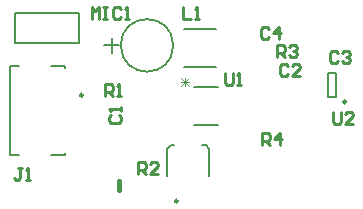
<source format=gbr>
G04*
G04 #@! TF.GenerationSoftware,Altium Limited,Altium Designer,24.6.1 (21)*
G04*
G04 Layer_Color=65535*
%FSLAX25Y25*%
%MOIN*%
G70*
G04*
G04 #@! TF.SameCoordinates,5512D287-6342-4ABA-9CF6-7DAEAAFA0F20*
G04*
G04*
G04 #@! TF.FilePolarity,Positive*
G04*
G01*
G75*
%ADD10C,0.00984*%
%ADD11C,0.00600*%
%ADD12C,0.01575*%
%ADD13C,0.00787*%
%ADD14C,0.00300*%
%ADD15C,0.01000*%
D10*
X382055Y321366D02*
G03*
X382055Y321366I-492J0D01*
G01*
X438126Y354488D02*
G03*
X438126Y354488I-492J0D01*
G01*
X350445Y356681D02*
G03*
X350445Y356681I-492J0D01*
G01*
D11*
X380506Y373272D02*
G03*
X380506Y373272I-8750J0D01*
G01*
X360006Y370772D02*
Y375772D01*
X357506Y373272D02*
X362506D01*
X387425Y346600D02*
X395325D01*
X387425Y359400D02*
X395325D01*
D12*
X362504Y324925D02*
Y328075D01*
D13*
X392587Y329831D02*
Y338886D01*
X391406Y340067D02*
X392587Y338886D01*
X390224Y340067D02*
X391406D01*
X379594Y340067D02*
X380776D01*
X378413Y338886D02*
X379594Y340067D01*
X378413Y329831D02*
Y338886D01*
X432122Y355945D02*
Y364055D01*
X434878Y355945D02*
Y364055D01*
X432122D02*
X434878D01*
X432122Y355945D02*
X434878D01*
X326036Y366307D02*
X329232D01*
X339768Y366308D02*
X344521D01*
Y365791D02*
Y366308D01*
X344539Y336818D02*
Y337331D01*
X339768Y336818D02*
X344539D01*
X326035D02*
X329232D01*
X326036Y336819D02*
Y366307D01*
X327752Y384000D02*
X349248Y384000D01*
X327752Y374000D02*
Y384000D01*
Y374000D02*
X349248Y374000D01*
Y384000D01*
X384043Y378799D02*
X394673D01*
X384043Y366201D02*
X394673D01*
D14*
X383000Y362280D02*
X385624Y359656D01*
X383000D02*
X385624Y362280D01*
X383000Y360968D02*
X385624D01*
X384312Y359656D02*
Y362280D01*
D15*
X330000Y332468D02*
X328688D01*
X329344D01*
Y329188D01*
X328688Y328532D01*
X328032D01*
X327376Y329188D01*
X331312Y328532D02*
X332624D01*
X331968D01*
Y332468D01*
X331312Y331812D01*
X433720Y350968D02*
Y347688D01*
X434376Y347032D01*
X435688D01*
X436344Y347688D01*
Y350968D01*
X440280Y347032D02*
X437656D01*
X440280Y349656D01*
Y350312D01*
X439624Y350968D01*
X438312D01*
X437656Y350312D01*
X397876Y363968D02*
Y360688D01*
X398532Y360032D01*
X399844D01*
X400500Y360688D01*
Y363968D01*
X401812Y360032D02*
X403124D01*
X402468D01*
Y363968D01*
X401812Y363312D01*
X410220Y340032D02*
Y343968D01*
X412188D01*
X412844Y343312D01*
Y342000D01*
X412188Y341344D01*
X410220D01*
X411532D02*
X412844Y340032D01*
X416124D02*
Y343968D01*
X414156Y342000D01*
X416780D01*
X415220Y369532D02*
Y373468D01*
X417188D01*
X417844Y372812D01*
Y371500D01*
X417188Y370844D01*
X415220D01*
X416532D02*
X417844Y369532D01*
X419156Y372812D02*
X419812Y373468D01*
X421124D01*
X421780Y372812D01*
Y372156D01*
X421124Y371500D01*
X420468D01*
X421124D01*
X421780Y370844D01*
Y370188D01*
X421124Y369532D01*
X419812D01*
X419156Y370188D01*
X368720Y330532D02*
Y334468D01*
X370688D01*
X371344Y333812D01*
Y332500D01*
X370688Y331844D01*
X368720D01*
X370032D02*
X371344Y330532D01*
X375280D02*
X372656D01*
X375280Y333156D01*
Y333812D01*
X374624Y334468D01*
X373312D01*
X372656Y333812D01*
X357876Y356532D02*
Y360468D01*
X359844D01*
X360500Y359812D01*
Y358500D01*
X359844Y357844D01*
X357876D01*
X359188D02*
X360500Y356532D01*
X361812D02*
X363124D01*
X362468D01*
Y360468D01*
X361812Y359812D01*
X353280Y382032D02*
Y385968D01*
X354592Y384656D01*
X355904Y385968D01*
Y382032D01*
X357216Y385968D02*
X358528D01*
X357872D01*
Y382032D01*
X357216D01*
X358528D01*
X363120Y385312D02*
X362464Y385968D01*
X361152D01*
X360496Y385312D01*
Y382688D01*
X361152Y382032D01*
X362464D01*
X363120Y382688D01*
X364432Y382032D02*
X365743D01*
X365087D01*
Y385968D01*
X364432Y385312D01*
X383900Y386136D02*
Y382200D01*
X386524D01*
X387836D02*
X389148D01*
X388492D01*
Y386136D01*
X387836Y385480D01*
X412344Y378812D02*
X411688Y379468D01*
X410376D01*
X409720Y378812D01*
Y376188D01*
X410376Y375532D01*
X411688D01*
X412344Y376188D01*
X415624Y375532D02*
Y379468D01*
X413656Y377500D01*
X416280D01*
X435344Y370812D02*
X434688Y371468D01*
X433376D01*
X432720Y370812D01*
Y368188D01*
X433376Y367532D01*
X434688D01*
X435344Y368188D01*
X436656Y370812D02*
X437312Y371468D01*
X438624D01*
X439280Y370812D01*
Y370156D01*
X438624Y369500D01*
X437968D01*
X438624D01*
X439280Y368844D01*
Y368188D01*
X438624Y367532D01*
X437312D01*
X436656Y368188D01*
X418844Y366312D02*
X418188Y366968D01*
X416876D01*
X416220Y366312D01*
Y363688D01*
X416876Y363032D01*
X418188D01*
X418844Y363688D01*
X422780Y363032D02*
X420156D01*
X422780Y365656D01*
Y366312D01*
X422124Y366968D01*
X420812D01*
X420156Y366312D01*
X359688Y350000D02*
X359032Y349344D01*
Y348032D01*
X359688Y347376D01*
X362312D01*
X362968Y348032D01*
Y349344D01*
X362312Y350000D01*
X362968Y351312D02*
Y352624D01*
Y351968D01*
X359032D01*
X359688Y351312D01*
M02*

</source>
